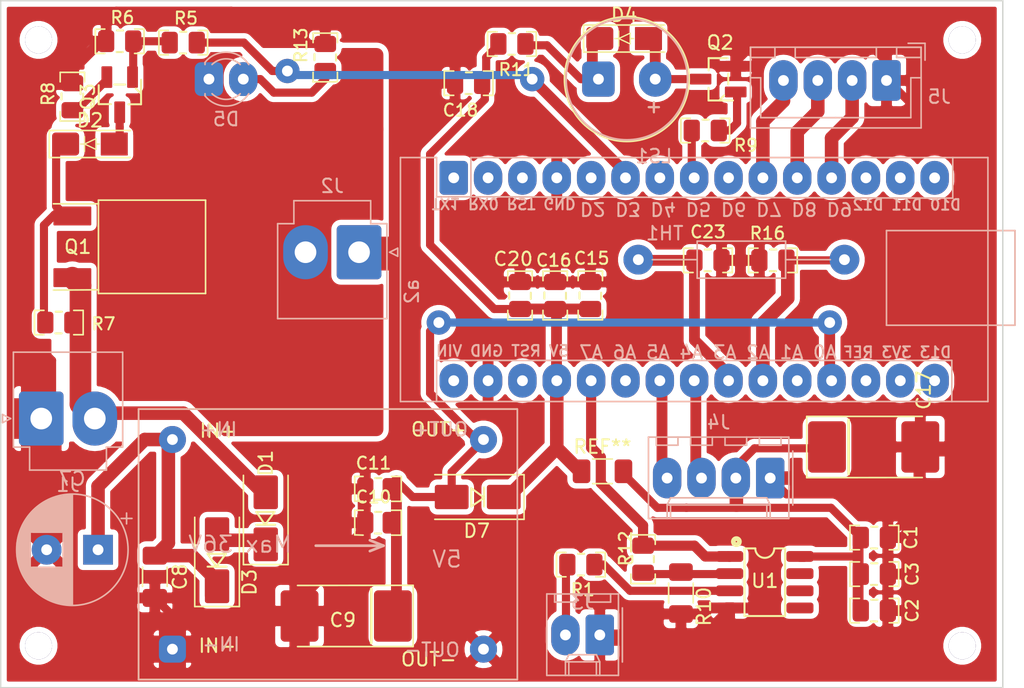
<source format=kicad_pcb>
(kicad_pcb (version 20171130) (host pcbnew "(5.1.10)-1")
  (layers (0 F.Cu signal) (31 B.Cu signal) (34 B.Paste user) (35 F.Paste user) (36 B.SilkS user) (37 F.SilkS user) (38 B.Mask user) (39 F.Mask user) (44 Edge.Cuts user))
  (net 0 "")
  (net 1 /opamp_to_adc)
  (net 2 GND)
  (net 3 /20VDetect)
  (net 4 /env_temp_adc)
  (net 5 /enable_heater)
  (net 6 /enable_env_temp_check)
  (net 7 /sda)
  (net 8 /buzzerPwm)
  (net 9 /scl)
  (net 10 V5.0)
  (net 11 /rot_right)
  (net 12 /rot_button)
  (net 13 "Net-(C7-Pad1)")
  (net 14 20V)
  (net 15 "Net-(D2-Pad2)")
  (net 16 "Net-(D2-Pad1)")
  (net 17 "Net-(D4-Pad2)")
  (net 18 "Net-(D4-Pad1)")
  (net 19 "Net-(D5-PadK)")
  (net 20 /heaterPower)
  (net 21 /thermal_couple)
  (net 22 "Net-(Q2-PadB)")
  (net 23 "Net-(Q3-PadB)")
  (net 24 "Net-(Q3-PadE)")
  (net 25 "Net-(R10-Pad1)")
  (net 26 /rot_left)
  (net 27 "Net-(a2-Pad1)")
  (net 28 "Net-(a2-Pad17)")
  (net 29 "Net-(a2-Pad2)")
  (net 30 "Net-(a2-Pad18)")
  (net 31 "Net-(a2-Pad3)")
  (net 32 "Net-(a2-Pad20)")
  (net 33 "Net-(a2-Pad5)")
  (net 34 "Net-(a2-Pad7)")
  (net 35 "Net-(a2-Pad9)")
  (net 36 "Net-(a2-Pad25)")
  (net 37 "Net-(a2-Pad28)")
  (net 38 "Net-(a2-Pad13)")
  (net 39 "Net-(a2-Pad14)")
  (net 40 "Net-(a2-Pad16)")
  (net 41 /relayTrigger)
  (net 42 "Net-(D1-Pad1)")
  (net 43 "Net-(R1-Pad1)")
  (net 44 "Net-(a2-Pad30)")
  (module myFootPrintLibs:SOT-23_PNP_NPN (layer F.Cu) (at 51.7 9.8 180)
    (fp_text reference Q2 (at -0.1 2.7) (layer F.SilkS))
    (fp_text value S8050)
    (pad C smd roundrect (at 1.35 0 180) (size 1.6 0.8) (layers F.Cu F.Paste F.Mask) (roundrect_rratio 0.1) (net 17 "Net-(D4-Pad2)"))
    (pad E smd roundrect (at -1.25 0.95 180) (size 1.6 0.8) (layers F.Cu F.Paste F.Mask) (roundrect_rratio 0.1) (net 2 GND))
    (pad B smd roundrect (at -1.25 -0.95 180) (size 1.6 0.8) (layers F.Cu F.Paste F.Mask) (roundrect_rratio 0.1) (net 22 "Net-(Q2-PadB)"))
  )
  (module Resistor_SMD:R_1206_3216Metric_Pad1.30x1.75mm_HandSolder (layer F.Cu) (at 43.1 38.8)
    (fp_text reference REF** (at 0 -1.82) (layer F.SilkS))
    (fp_text value 0R)
    (pad 2 smd roundrect (at 1.55 0) (size 1.3 1.75) (layers F.Cu F.Paste F.Mask) (roundrect_rratio 0.192) (net 10 V5.0))
    (pad 1 smd roundrect (at -1.55 0) (size 1.3 1.75) (layers F.Cu F.Paste F.Mask) (roundrect_rratio 0.192) (net 10 V5.0))
  )
  (module myFootPrintLibs:R_C_0805_2012Metric_Pad1.20x1.50mm_HandSolder (layer F.Cu) (at 26.5 40.1 180)
    (fp_text reference C11 (at 0.33 1.9) (layer F.SilkS) (effects (font (size 0.9 0.9))))
    (fp_text value 47uf)
    (pad 1 smd roundrect (at -0.94 0 180) (size 1.2 1.6) (layers F.Cu F.Paste F.Mask) (roundrect_rratio 0.208) (net 3 /20VDetect))
    (pad 2 smd roundrect (at 0.94 0 180) (size 1.2 1.6) (layers F.Cu F.Paste F.Mask) (roundrect_rratio 0.208) (net 2 GND))
  )
  (module myFootPrintLibs:R_C_0805_2012Metric_Pad1.20x1.50mm_HandSolder (layer F.Cu) (at 26.5 42.6 180)
    (fp_text reference C10 (at 0.33 1.9) (layer F.SilkS) (effects (font (size 0.9 0.9))))
    (fp_text value 47uf)
    (pad 1 smd roundrect (at -0.94 0 180) (size 1.2 1.6) (layers F.Cu F.Paste F.Mask) (roundrect_rratio 0.208) (net 3 /20VDetect))
    (pad 2 smd roundrect (at 0.94 0 180) (size 1.2 1.6) (layers F.Cu F.Paste F.Mask) (roundrect_rratio 0.208) (net 2 GND))
  )
  (module myFootPrintLibs:D_SMA_Handsoldering (layer F.Cu) (at 33.8 40.7 180)
    (fp_text reference D7 (at 0 -2.5 180) (layer F.SilkS))
    (fp_text value 1N5922)
    (pad 2 smd roundrect (at 1.85 0 180) (size 2.5 1.8) (layers F.Cu F.Paste F.Mask) (roundrect_rratio 0.1) (net 3 /20VDetect))
    (pad 1 smd roundrect (at -2 0 180) (size 2.5 1.8) (layers F.Cu F.Paste F.Mask) (roundrect_rratio 0.1) (net 10 V5.0))
  )
  (module myFootPrintLibs:D_SMA_Handsoldering (layer F.Cu) (at 14.6 45.3 90)
    (fp_text reference D3 (at -1.7 2.4 270) (layer F.SilkS))
    (fp_text value 1N4007)
    (pad 2 smd roundrect (at 1.85 0 90) (size 2.5 1.8) (layers F.Cu F.Paste F.Mask) (roundrect_rratio 0.1) (net 42 "Net-(D1-Pad1)"))
    (pad 1 smd roundrect (at -2 0 90) (size 2.5 1.8) (layers F.Cu F.Paste F.Mask) (roundrect_rratio 0.1) (net 13 "Net-(C7-Pad1)"))
  )
  (module myFootPrintLibs:MAX20003A_dc_buck_module (layer B.Cu) (at 22.8 44.2)
    (fp_text reference a1 hide)
    (fp_text value Max20003A_DC_BUCK_5V)
    (fp_text user 5V (at 8.8 1.1) (layer B.SilkS) (effects (font (size 1.2 1.2)) (justify mirror)))
    (fp_text user IN+ (at -8.1 -8.5) (layer B.SilkS) (effects (justify mirror)))
    (fp_text user IN+ (at -8.1 -8.4 unlocked) (layer F.SilkS))
    (fp_text user OUT- (at 9.6 8.5 unlocked) (layer F.SilkS) (effects (justify right)))
    (fp_text user IN- (at -6.7 7.5 unlocked) (layer F.SilkS) (effects (justify right)))
    (fp_text user "Max 36V" (at -6.5 0) (layer B.SilkS) (effects (font (size 1.2 1.2)) (justify mirror)))
    (fp_text user OUT+ (at 8.3 -8.5) (layer B.SilkS) (effects (justify mirror)))
    (fp_text user IN- (at -7.9 7.4 unlocked) (layer B.SilkS) (effects (justify mirror)))
    (fp_text user OUT- (at 7.7 7.8 unlocked) (layer B.SilkS) (effects (justify mirror)))
    (fp_text user OUT+ (at 8.2 -8.5 unlocked) (layer F.SilkS))
    (pad 2 thru_hole circle (at -11.5 -7.75) (size 2 2) (drill 0.8) (layers *.Cu *.Mask) (net 13 "Net-(C7-Pad1)"))
    (pad 3 thru_hole circle (at 11.5 -7.75) (size 2 2) (drill 0.8) (layers *.Cu *.Mask) (net 3 /20VDetect))
    (pad 4 thru_hole circle (at 11.5 7.75) (size 2 2) (drill 0.8) (layers *.Cu *.Mask) (net 2 GND))
    (pad 1 thru_hole roundrect (at -11.5 7.75) (size 2 2) (drill 0.8) (layers *.Cu *.Mask) (net 2 GND))
  )
  (module Resistor_SMD:R_1206_3216Metric_Pad1.30x1.75mm_HandSolder (layer F.Cu) (at 48.9 47.8 270)
    (fp_text reference R10 (at 1 -1.7 90) (layer F.SilkS))
    (fp_text value 1k)
    (pad 2 smd roundrect (at 1.55 0 270) (size 1.3 1.75) (layers F.Cu F.Paste F.Mask) (roundrect_rratio 0.1923076923076923) (net 2 GND))
    (pad 1 smd roundrect (at -1.55 0 270) (size 1.3 1.75) (layers F.Cu F.Paste F.Mask) (roundrect_rratio 0.1923076923076923) (net 25 "Net-(R10-Pad1)"))
  )
  (module myFootPrintLibs:D_SMA_Handsoldering (layer F.Cu) (at 18.2 42.2 90)
    (fp_text reference D1 (at 4 0 270) (layer F.SilkS))
    (fp_text value 1N4007)
    (pad 2 smd roundrect (at 1.85 0 90) (size 2.5 1.8) (layers F.Cu F.Paste F.Mask) (roundrect_rratio 0.1) (net 14 20V))
    (pad 1 smd roundrect (at -2 0 90) (size 2.5 1.8) (layers F.Cu F.Paste F.Mask) (roundrect_rratio 0.1) (net 42 "Net-(D1-Pad1)"))
  )
  (module myFootPrintLibs:SOT-23_PNP_NPN (layer F.Cu) (at 7.4 10.9 270)
    (fp_text reference Q3 (at 0.2 2.35 270) (layer F.SilkS))
    (fp_text value S8050)
    (pad C smd roundrect (at 1.35 0 270) (size 1.6 0.8) (layers F.Cu F.Paste F.Mask) (roundrect_rratio 0.1) (net 15 "Net-(D2-Pad2)"))
    (pad E smd roundrect (at -1.25 0.95 270) (size 1.6 0.8) (layers F.Cu F.Paste F.Mask) (roundrect_rratio 0.1) (net 24 "Net-(Q3-PadE)"))
    (pad B smd roundrect (at -1.25 -0.95 270) (size 1.6 0.8) (layers F.Cu F.Paste F.Mask) (roundrect_rratio 0.1) (net 23 "Net-(Q3-PadB)"))
  )
  (module myFootPrintLibs:D_MiniMELF_Handsoldering_Zener (layer F.Cu) (at 44.7 6.8)
    (fp_text reference D4 (at 0 -1.75) (layer F.SilkS))
    (fp_text value 1N4148)
    (pad 1 smd roundrect (at -1.8 0) (size 2 1.7) (layers F.Cu F.Paste F.Mask) (roundrect_rratio 0.15) (net 18 "Net-(D4-Pad1)"))
    (pad 2 smd roundrect (at 1.8 0) (size 2 1.7) (layers F.Cu F.Paste F.Mask) (roundrect_rratio 0.02) (net 17 "Net-(D4-Pad2)"))
  )
  (module myFootPrintLibs:D_MiniMELF_Handsoldering_Zener (layer F.Cu) (at 5.2 14.6)
    (fp_text reference D2 (at 0 -1.75) (layer F.SilkS))
    (fp_text value "zener 5V")
    (pad 1 smd roundrect (at -1.8 0) (size 2 1.7) (layers F.Cu F.Paste F.Mask) (roundrect_rratio 0.15) (net 16 "Net-(D2-Pad1)"))
    (pad 2 smd roundrect (at 1.8 0) (size 2 1.7) (layers F.Cu F.Paste F.Mask) (roundrect_rratio 0.02) (net 15 "Net-(D2-Pad2)"))
  )
  (module myFootPrintLibs:Arduino_Nano (layer B.Cu) (at 32.1 17 270)
    (fp_text reference a2 (at 8.5 3.1 90) (layer B.SilkS) (effects (justify mirror)))
    (fp_text value Arduino_Nano_v2.x)
    (fp_text user "D2 D3 D4 D5 D6 D7 D8 D9" (at 2.4 -19.4 180 unlocked) (layer B.SilkS) (effects (font (size 0.96 0.96)) (justify mirror)))
    (fp_text user "D10 D11 D12" (at 2.1 -33.5 180) (layer B.SilkS) (effects (font (size 0.78 0.78)) (justify mirror)))
    (fp_text user "D13 3V3 REF" (at 13 -32.8) (layer B.SilkS) (effects (font (size 0.8 0.8)) (justify mirror)))
    (fp_text user "A0 A1 A2 A3 A4 A5 A6 A7" (at 13 -18.8 unlocked) (layer B.SilkS) (effects (font (size 0.96 0.96)) (justify mirror)))
    (fp_text user "5V RST GND VIN" (at 12.9 -3.6) (layer B.SilkS) (effects (font (size 0.8 0.8)) (justify mirror)))
    (fp_text user "TX1 RX0 RST GND" (at 2 -3.7 180 unlocked) (layer B.SilkS) (effects (font (size 0.78 0.78)) (justify mirror)))
    (pad 1 thru_hole roundrect (at 0.1 0 270) (size 2.5 2.1) (drill 0.8) (layers *.Cu *.Mask) (roundrect_rratio 0.15) (net 27 "Net-(a2-Pad1)"))
    (pad 17 thru_hole oval (at 15.1 -33.02 270) (size 2.5 2.1) (drill 0.8) (layers *.Cu *.Mask) (net 28 "Net-(a2-Pad17)"))
    (pad 2 thru_hole oval (at 0.1 -2.54 270) (size 2.5 2.1) (drill 0.8) (layers *.Cu *.Mask) (net 29 "Net-(a2-Pad2)"))
    (pad 18 thru_hole oval (at 15.1 -30.48 270) (size 2.5 2.1) (drill 0.8) (layers *.Cu *.Mask) (net 30 "Net-(a2-Pad18)"))
    (pad 3 thru_hole oval (at 0.1 -5.08 270) (size 2.5 2.1) (drill 0.8) (layers *.Cu *.Mask) (net 31 "Net-(a2-Pad3)"))
    (pad 19 thru_hole oval (at 15.1 -27.94 270) (size 2.5 2.1) (drill 0.8) (layers *.Cu *.Mask) (net 3 /20VDetect))
    (pad 4 thru_hole oval (at 0.1 -7.62 270) (size 2.5 2.1) (drill 0.8) (layers *.Cu *.Mask) (net 2 GND))
    (pad 20 thru_hole oval (at 15.1 -25.4 270) (size 2.5 2.1) (drill 0.8) (layers *.Cu *.Mask) (net 32 "Net-(a2-Pad20)"))
    (pad 5 thru_hole oval (at 0.1 -10.16 270) (size 2.5 2.1) (drill 0.8) (layers *.Cu *.Mask) (net 33 "Net-(a2-Pad5)"))
    (pad 21 thru_hole oval (at 15.1 -22.86 270) (size 2.5 2.1) (drill 0.8) (layers *.Cu *.Mask) (net 4 /env_temp_adc))
    (pad 6 thru_hole oval (at 0.1 -12.7 270) (size 2.5 2.1) (drill 0.8) (layers *.Cu *.Mask) (net 5 /enable_heater))
    (pad 22 thru_hole oval (at 15.1 -20.32 270) (size 2.5 2.1) (drill 0.8) (layers *.Cu *.Mask) (net 6 /enable_env_temp_check))
    (pad 7 thru_hole oval (at 0.1 -15.24 270) (size 2.5 2.1) (drill 0.8) (layers *.Cu *.Mask) (net 34 "Net-(a2-Pad7)"))
    (pad 23 thru_hole oval (at 15.1 -17.78 270) (size 2.5 2.1) (drill 0.8) (layers *.Cu *.Mask) (net 7 /sda))
    (pad 8 thru_hole oval (at 0.1 -17.78 270) (size 2.5 2.1) (drill 0.8) (layers *.Cu *.Mask) (net 8 /buzzerPwm))
    (pad 24 thru_hole oval (at 15.1 -15.24 270) (size 2.5 2.1) (drill 0.8) (layers *.Cu *.Mask) (net 9 /scl))
    (pad 9 thru_hole oval (at 0.1 -20.32 270) (size 2.5 2.1) (drill 0.8) (layers *.Cu *.Mask) (net 35 "Net-(a2-Pad9)"))
    (pad 25 thru_hole oval (at 15.1 -12.7 270) (size 2.5 2.1) (drill 0.8) (layers *.Cu *.Mask) (net 36 "Net-(a2-Pad25)"))
    (pad 10 thru_hole oval (at 0.1 -22.86 270) (size 2.5 2.1) (drill 0.8) (layers *.Cu *.Mask) (net 12 /rot_button))
    (pad 26 thru_hole oval (at 15.1 -10.16 270) (size 2.5 2.1) (drill 0.8) (layers *.Cu *.Mask) (net 1 /opamp_to_adc))
    (pad 11 thru_hole oval (at 0.1 -25.4 270) (size 2.5 2.1) (drill 0.8) (layers *.Cu *.Mask) (net 26 /rot_left))
    (pad 27 thru_hole oval (at 15.1 -7.62 270) (size 2.5 2.1) (drill 0.8) (layers *.Cu *.Mask) (net 10 V5.0))
    (pad 12 thru_hole oval (at 0.1 -27.94 270) (size 2.5 2.1) (drill 0.8) (layers *.Cu *.Mask) (net 11 /rot_right))
    (pad 28 thru_hole oval (at 15.1 -5.08 270) (size 2.5 2.1) (drill 0.8) (layers *.Cu *.Mask) (net 37 "Net-(a2-Pad28)"))
    (pad 13 thru_hole oval (at 0.1 -30.48 270) (size 2.5 2.1) (drill 0.8) (layers *.Cu *.Mask) (net 38 "Net-(a2-Pad13)"))
    (pad 29 thru_hole oval (at 15.1 -2.54 270) (size 2.5 2.1) (drill 0.8) (layers *.Cu *.Mask) (net 2 GND))
    (pad 14 thru_hole oval (at 0.1 -33.02 270) (size 2.5 2.1) (drill 0.8) (layers *.Cu *.Mask) (net 39 "Net-(a2-Pad14)"))
    (pad 30 thru_hole oval (at 15.1 0 270) (size 2.5 2.1) (drill 0.8) (layers *.Cu *.Mask) (net 44 "Net-(a2-Pad30)"))
    (pad 15 thru_hole oval (at 0.1 -35.56 270) (size 2.5 2.1) (drill 0.8) (layers *.Cu *.Mask) (net 41 /relayTrigger))
    (pad 16 thru_hole oval (at 15.1 -35.56 270) (size 2.5 2.1) (drill 0.8) (layers *.Cu *.Mask) (net 40 "Net-(a2-Pad16)"))
  )
  (module myFootPrintLibs:CP_EIA-7343-20_Kemet-V_Pad2.25x2.55mm_HandSolder (layer F.Cu) (at 24.2 49.5 180)
    (fp_text reference C9 (at 0.3 -0.3) (layer F.SilkS))
    (fp_text value 330uf)
    (pad 1 smd roundrect (at -3.4 0 180) (size 2.8 3.8) (layers F.Cu F.Paste F.Mask) (roundrect_rratio 0.111) (net 3 /20VDetect))
    (pad 2 smd roundrect (at 3.5 0 180) (size 2.8 3.8) (layers F.Cu F.Paste F.Mask) (roundrect_rratio 0.111) (net 2 GND))
  )
  (module myFootPrintLibs:CP_EIA-7343-20_Kemet-V_Pad2.25x2.55mm_HandSolder (layer F.Cu) (at 63.1 37)
    (fp_text reference C17 (at 3.75 -4.2 90) (layer F.SilkS))
    (fp_text value 220uf)
    (pad 2 smd roundrect (at 3.5 0) (size 2.8 3.8) (layers F.Cu F.Paste F.Mask) (roundrect_rratio 0.111) (net 2 GND))
    (pad 1 smd roundrect (at -3.4 0) (size 2.8 3.8) (layers F.Cu F.Paste F.Mask) (roundrect_rratio 0.111) (net 10 V5.0))
  )
  (module myFootPrintLibs:R_C_0805_2012Metric_Pad1.20x1.50mm_HandSolder (layer F.Cu) (at 2.9 27.8)
    (fp_text reference R7 (at 3.3 0.1) (layer F.SilkS) (effects (font (size 0.9 0.9))))
    (fp_text value 2k)
    (pad 2 smd roundrect (at 1 0) (size 1.2 1.6) (layers F.Cu F.Paste F.Mask) (roundrect_rratio 0.208) (net 14 20V))
    (pad 1 smd roundrect (at -1 0) (size 1.2 1.6) (layers F.Cu F.Paste F.Mask) (roundrect_rratio 0.208) (net 16 "Net-(D2-Pad1)"))
  )
  (module myFootPrintLibs:R_C_0805_2012Metric_Pad1.20x1.50mm_HandSolder (layer F.Cu) (at 37 25.8 90)
    (fp_text reference C20 (at 2.7 -0.5 180) (layer F.SilkS))
    (fp_text value 100nf)
    (pad 2 smd roundrect (at 1 0 90) (size 1.2 1.6) (layers F.Cu F.Paste F.Mask) (roundrect_rratio 0.208) (net 2 GND))
    (pad 1 smd roundrect (at -1 0 90) (size 1.2 1.6) (layers F.Cu F.Paste F.Mask) (roundrect_rratio 0.208) (net 10 V5.0))
  )
  (module myFootPrintLibs:R_C_0805_2012Metric_Pad1.20x1.50mm_HandSolder (layer F.Cu) (at 55.7 23.2 180)
    (fp_text reference R16 (at 0.4 2) (layer F.SilkS) (effects (font (size 0.9 0.9))))
    (fp_text value 10k)
    (pad 2 smd roundrect (at 1 0 180) (size 1.2 1.6) (layers F.Cu F.Paste F.Mask) (roundrect_rratio 0.208) (net 2 GND))
    (pad 1 smd roundrect (at -1 0 180) (size 1.2 1.6) (layers F.Cu F.Paste F.Mask) (roundrect_rratio 0.208) (net 4 /env_temp_adc))
  )
  (module myFootPrintLibs:R_C_0805_2012Metric_Pad1.20x1.50mm_HandSolder (layer F.Cu) (at 22.6 8.2 270)
    (fp_text reference R13 (at -0.9 1.8 90) (layer F.SilkS) (effects (font (size 0.9 0.9))))
    (fp_text value 4k)
    (pad 2 smd roundrect (at 1 0 270) (size 1.2 1.6) (layers F.Cu F.Paste F.Mask) (roundrect_rratio 0.208) (net 19 "Net-(D5-PadK)"))
    (pad 1 smd roundrect (at -1 0 270) (size 1.2 1.6) (layers F.Cu F.Paste F.Mask) (roundrect_rratio 0.208) (net 2 GND))
  )
  (module myFootPrintLibs:R_C_0805_2012Metric_Pad1.20x1.50mm_HandSolder (layer F.Cu) (at 46.1 45.3 270)
    (fp_text reference R12 (at -0.8 1.3 90) (layer F.SilkS) (effects (font (size 0.9 0.9))))
    (fp_text value 240k)
    (pad 2 smd roundrect (at 1 0 270) (size 1.2 1.6) (layers F.Cu F.Paste F.Mask) (roundrect_rratio 0.208) (net 25 "Net-(R10-Pad1)"))
    (pad 1 smd roundrect (at -1 0 270) (size 1.2 1.6) (layers F.Cu F.Paste F.Mask) (roundrect_rratio 0.208) (net 1 /opamp_to_adc))
  )
  (module myFootPrintLibs:R_C_0805_2012Metric_Pad1.20x1.50mm_HandSolder (layer F.Cu) (at 36.4 7.2)
    (fp_text reference R11 (at 0.33 1.9) (layer F.SilkS) (effects (font (size 0.9 0.9))))
    (fp_text value 30)
    (pad 2 smd roundrect (at 1 0) (size 1.2 1.6) (layers F.Cu F.Paste F.Mask) (roundrect_rratio 0.208) (net 18 "Net-(D4-Pad1)"))
    (pad 1 smd roundrect (at -1 0) (size 1.2 1.6) (layers F.Cu F.Paste F.Mask) (roundrect_rratio 0.208) (net 10 V5.0))
  )
  (module myFootPrintLibs:R_C_0805_2012Metric_Pad1.20x1.50mm_HandSolder (layer F.Cu) (at 50.7 13.6 180)
    (fp_text reference R9 (at -3 -1.1) (layer F.SilkS) (effects (font (size 0.9 0.9))))
    (fp_text value 4k)
    (pad 2 smd roundrect (at 1 0 180) (size 1.2 1.6) (layers F.Cu F.Paste F.Mask) (roundrect_rratio 0.208) (net 8 /buzzerPwm))
    (pad 1 smd roundrect (at -1 0 180) (size 1.2 1.6) (layers F.Cu F.Paste F.Mask) (roundrect_rratio 0.208) (net 22 "Net-(Q2-PadB)"))
  )
  (module myFootPrintLibs:R_C_0805_2012Metric_Pad1.20x1.50mm_HandSolder (layer F.Cu) (at 3.9 11.1 270)
    (fp_text reference R8 (at -0.2 1.8 90) (layer F.SilkS) (effects (font (size 0.9 0.9))))
    (fp_text value 180)
    (pad 2 smd roundrect (at 1 0 270) (size 1.2 1.6) (layers F.Cu F.Paste F.Mask) (roundrect_rratio 0.208) (net 24 "Net-(Q3-PadE)"))
    (pad 1 smd roundrect (at -1 0 270) (size 1.2 1.6) (layers F.Cu F.Paste F.Mask) (roundrect_rratio 0.208) (net 2 GND))
  )
  (module myFootPrintLibs:R_C_0805_2012Metric_Pad1.20x1.50mm_HandSolder (layer F.Cu) (at 7.4 7 180)
    (fp_text reference R6 (at -0.2 1.75) (layer F.SilkS) (effects (font (size 0.9 0.9))))
    (fp_text value 18k)
    (pad 2 smd roundrect (at 1 0 180) (size 1.2 1.6) (layers F.Cu F.Paste F.Mask) (roundrect_rratio 0.208) (net 2 GND))
    (pad 1 smd roundrect (at -1 0 180) (size 1.2 1.6) (layers F.Cu F.Paste F.Mask) (roundrect_rratio 0.208) (net 23 "Net-(Q3-PadB)"))
  )
  (module myFootPrintLibs:R_C_0805_2012Metric_Pad1.20x1.50mm_HandSolder (layer F.Cu) (at 12.1 7.1)
    (fp_text reference R5 (at 0.2 -1.8) (layer F.SilkS) (effects (font (size 0.9 0.9))))
    (fp_text value 4k)
    (pad 2 smd roundrect (at 1 0) (size 1.2 1.6) (layers F.Cu F.Paste F.Mask) (roundrect_rratio 0.208) (net 5 /enable_heater))
    (pad 1 smd roundrect (at -1 0) (size 1.2 1.6) (layers F.Cu F.Paste F.Mask) (roundrect_rratio 0.208) (net 23 "Net-(Q3-PadB)"))
  )
  (module myFootPrintLibs:R_C_0805_2012Metric_Pad1.20x1.50mm_HandSolder (layer F.Cu) (at 41.5 45.7 180)
    (fp_text reference R1 (at -0.14 -1.86) (layer F.SilkS) (effects (font (size 0.9 0.9))))
    (fp_text value 10k)
    (pad 2 smd roundrect (at 1 0 180) (size 1.2 1.6) (layers F.Cu F.Paste F.Mask) (roundrect_rratio 0.208) (net 21 /thermal_couple))
    (pad 1 smd roundrect (at -1 0 180) (size 1.2 1.6) (layers F.Cu F.Paste F.Mask) (roundrect_rratio 0.208) (net 43 "Net-(R1-Pad1)"))
  )
  (module myFootPrintLibs:R_C_0805_2012Metric_Pad1.20x1.50mm_HandSolder (layer F.Cu) (at 50.9 23.2)
    (fp_text reference C23 (at 0 -2.1) (layer F.SilkS) (effects (font (size 0.9 0.9))))
    (fp_text value 100nf)
    (pad 2 smd roundrect (at 1 0) (size 1.2 1.6) (layers F.Cu F.Paste F.Mask) (roundrect_rratio 0.208) (net 2 GND))
    (pad 1 smd roundrect (at -1 0) (size 1.2 1.6) (layers F.Cu F.Paste F.Mask) (roundrect_rratio 0.208) (net 6 /enable_env_temp_check))
  )
  (module myFootPrintLibs:R_C_0805_2012Metric_Pad1.20x1.50mm_HandSolder (layer F.Cu) (at 33.2 10.1 180)
    (fp_text reference C18 (at 0.6 -2) (layer F.SilkS) (effects (font (size 0.9 0.9))))
    (fp_text value 47uf)
    (pad 2 smd roundrect (at 1 0 180) (size 1.2 1.6) (layers F.Cu F.Paste F.Mask) (roundrect_rratio 0.208) (net 2 GND))
    (pad 1 smd roundrect (at -1 0 180) (size 1.2 1.6) (layers F.Cu F.Paste F.Mask) (roundrect_rratio 0.208) (net 10 V5.0))
  )
  (module myFootPrintLibs:R_C_0805_2012Metric_Pad1.20x1.50mm_HandSolder (layer F.Cu) (at 39.6 25.8 90)
    (fp_text reference C16 (at 2.6 -0.1 180) (layer F.SilkS) (effects (font (size 0.9 0.9))))
    (fp_text value 47uf)
    (pad 2 smd roundrect (at 1 0 90) (size 1.2 1.6) (layers F.Cu F.Paste F.Mask) (roundrect_rratio 0.208) (net 2 GND))
    (pad 1 smd roundrect (at -1 0 90) (size 1.2 1.6) (layers F.Cu F.Paste F.Mask) (roundrect_rratio 0.208) (net 10 V5.0))
  )
  (module myFootPrintLibs:R_C_0805_2012Metric_Pad1.20x1.50mm_HandSolder (layer F.Cu) (at 42.2 25.8 90)
    (fp_text reference C15 (at 2.75 0.1) (layer F.SilkS) (effects (font (size 0.9 0.9))))
    (fp_text value 47uf)
    (pad 2 smd roundrect (at 1 0 90) (size 1.2 1.6) (layers F.Cu F.Paste F.Mask) (roundrect_rratio 0.208) (net 2 GND))
    (pad 1 smd roundrect (at -1 0 90) (size 1.2 1.6) (layers F.Cu F.Paste F.Mask) (roundrect_rratio 0.208) (net 10 V5.0))
  )
  (module myFootPrintLibs:R_C_0805_2012Metric_Pad1.20x1.50mm_HandSolder (layer F.Cu) (at 63.2 46.4)
    (fp_text reference C3 (at 2.8 0 90) (layer F.SilkS) (effects (font (size 0.9 0.9))))
    (fp_text value 47uf)
    (pad 2 smd roundrect (at 1 0) (size 1.2 1.6) (layers F.Cu F.Paste F.Mask) (roundrect_rratio 0.208) (net 2 GND))
    (pad 1 smd roundrect (at -1 0) (size 1.2 1.6) (layers F.Cu F.Paste F.Mask) (roundrect_rratio 0.208) (net 10 V5.0))
  )
  (module myFootPrintLibs:R_C_0805_2012Metric_Pad1.20x1.50mm_HandSolder (layer F.Cu) (at 63.2 49.1)
    (fp_text reference C2 (at 2.8 0 270) (layer F.SilkS) (effects (font (size 0.9 0.9))))
    (fp_text value 100nf)
    (pad 2 smd roundrect (at 1 0) (size 1.2 1.6) (layers F.Cu F.Paste F.Mask) (roundrect_rratio 0.208) (net 2 GND))
    (pad 1 smd roundrect (at -1 0) (size 1.2 1.6) (layers F.Cu F.Paste F.Mask) (roundrect_rratio 0.208) (net 10 V5.0))
  )
  (module myFootPrintLibs:R_C_0805_2012Metric_Pad1.20x1.50mm_HandSolder (layer F.Cu) (at 63.2 43.7)
    (fp_text reference C1 (at 2.7 0 90) (layer F.SilkS) (effects (font (size 0.9 0.9))))
    (fp_text value 47uf)
    (pad 2 smd roundrect (at 1 0) (size 1.2 1.6) (layers F.Cu F.Paste F.Mask) (roundrect_rratio 0.208) (net 2 GND))
    (pad 1 smd roundrect (at -1 0) (size 1.2 1.6) (layers F.Cu F.Paste F.Mask) (roundrect_rratio 0.208) (net 10 V5.0))
  )
  (module myFootPrintLibs:TO-252-2 (layer F.Cu) (at 8.3 22.2)
    (fp_text reference Q1 (at -4 0) (layer F.SilkS))
    (fp_text value AOD403_pmosfet)
    (pad D smd roundrect (at 2 0) (size 6.6 6) (layers F.Cu F.Mask) (roundrect_rratio 0.05) (net 20 /heaterPower))
    (pad S smd roundrect (at -4.4 2.28) (size 2.8 1.4) (layers F.Cu F.Paste F.Mask) (roundrect_rratio 0.05) (net 14 20V))
    (pad G smd roundrect (at -4.4 -2.28) (size 2.8 1.4) (layers F.Cu F.Paste F.Mask) (roundrect_rratio 0.05) (net 16 "Net-(D2-Pad1)"))
  )
  (module myFootPrintLibs:SO-8_3.9x4.9mm_P1.27mm (layer F.Cu) (at 55.1 47)
    (fp_text reference U1 (at 0 -0.1 180) (layer F.SilkS))
    (fp_text value MCP6002)
    (pad 8 smd roundrect (at 2.6 -1.905) (size 2 0.8) (layers F.Cu F.Paste F.Mask) (net 10 V5.0))
    (pad 7 smd roundrect (at 2.6 -0.635) (size 2 0.8) (layers F.Cu F.Paste F.Mask))
    (pad 6 smd roundrect (at 2.6 0.635) (size 2 0.8) (layers F.Cu F.Paste F.Mask))
    (pad 5 smd roundrect (at 2.6 1.905) (size 2 0.8) (layers F.Cu F.Paste F.Mask))
    (pad 4 smd roundrect (at -2.6 1.905) (size 2 0.8) (layers F.Cu F.Paste F.Mask) (net 2 GND))
    (pad 3 smd roundrect (at -2.6 0.635) (size 2 0.8) (layers F.Cu F.Paste F.Mask) (net 43 "Net-(R1-Pad1)"))
    (pad 2 smd roundrect (at -2.6 -0.635) (size 2 0.8) (layers F.Cu F.Paste F.Mask) (net 25 "Net-(R10-Pad1)"))
    (pad 1 smd roundrect (at -2.6 -1.905) (size 2 0.8) (layers F.Cu F.Paste F.Mask) (net 1 /opamp_to_adc))
  )
  (module Resistor_THT:R_Axial_DIN0207_L6.3mm_D2.5mm_P15.24mm_Horizontal (layer B.Cu) (at 45.75 23.15)
    (fp_text reference TH1 (at 1.95 -1.95 180) (layer B.SilkS) (effects (justify mirror)))
    (fp_text value "Thermistor_NTC 10k")
    (pad 2 thru_hole circle (at 15.24 0) (size 2.2 2.2) (drill 0.8) (layers *.Cu *.Mask) (net 4 /env_temp_adc))
    (pad 1 thru_hole circle (at 0 0) (size 2.2 2.2) (drill 0.8) (layers *.Cu *.Mask) (net 6 /enable_env_temp_check))
  )
  (module myFootPrintLibs:Molex_KK-254_AE-6410-02A_1x02_P2.54mm_Vertical (layer B.Cu) (at 42.9 50.9 180)
    (fp_text reference J3 (at 1.27 2.4) (layer B.SilkS) (effects (justify mirror)))
    (fp_text value "Thermo JST_2.54_1X02")
    (pad 1 thru_hole roundrect (at 0 0 180) (size 2.1 3) (drill 0.8) (layers *.Cu *.Mask) (roundrect_rratio 0.144) (net 2 GND))
    (pad 2 thru_hole oval (at 2.54 0 180) (size 2.1 3) (drill 0.8) (layers *.Cu *.Mask) (net 21 /thermal_couple))
  )
  (module myFootPrintLibs:CP_Radial_D8.0mm_P3.80mm (layer B.Cu) (at 5.8 44.6 180)
    (fp_text reference C7 (at 1.9 5.25 180) (layer B.SilkS) (effects (justify mirror)))
    (fp_text value 470uf)
    (pad 2 thru_hole circle (at 3.8 0 180) (size 2.2 2.2) (drill 0.8) (layers *.Cu *.Mask) (net 2 GND))
    (pad 1 thru_hole rect (at 0 0 180) (size 2.2 2.2) (drill 0.8) (layers *.Cu *.Mask) (net 13 "Net-(C7-Pad1)"))
  )
  (module myFootPrintLibs:JST_VH_B2P-VH-B_1x02_P3.96mm_Vertical (layer B.Cu) (at 1.6 34.9)
    (fp_text reference J1 (at 1.98 4.9) (layer B.SilkS) (effects (justify mirror)))
    (fp_text value "VH3.96_1X02 20V Power")
    (pad 2 thru_hole oval (at 3.96 0) (size 3.3 4) (drill 1.6) (layers *.Cu *.Mask) (net 14 20V))
    (pad 1 thru_hole roundrect (at 0 0) (size 3.3 4) (drill 1.6) (layers *.Cu *.Mask) (roundrect_rratio 0.09300000000000001) (net 2 GND))
  )
  (module myFootPrintLibs:JST_VH_B2P-VH-B_1x02_P3.96mm_Vertical (layer B.Cu) (at 25.1 22.6 180)
    (fp_text reference J2 (at 1.98 4.9) (layer B.SilkS) (effects (justify mirror)))
    (fp_text value "Heater VH3.96_1X02")
    (pad 2 thru_hole oval (at 3.96 0 180) (size 3.3 4) (drill 1.6) (layers *.Cu *.Mask) (net 20 /heaterPower))
    (pad 1 thru_hole roundrect (at 0 0 180) (size 3.3 4) (drill 1.6) (layers *.Cu *.Mask) (roundrect_rratio 0.093) (net 2 GND))
  )
  (module myFootPrintLibs:Molex_KK-254_AE-6410-04A_1x04_P2.54mm_Vertical (layer B.Cu) (at 55.5 39.3 180)
    (fp_text reference J4 (at 3.81 4.12) (layer B.SilkS) (effects (justify mirror)))
    (fp_text value JST_2.54_1X04_LCD)
    (pad 4 thru_hole oval (at 7.62 0 180) (size 2.1 3) (drill 0.8) (layers *.Cu *.Mask) (net 9 /scl))
    (pad 3 thru_hole oval (at 5.08 0 180) (size 2.1 3) (drill 0.8) (layers *.Cu *.Mask) (net 7 /sda))
    (pad 2 thru_hole oval (at 2.54 0 180) (size 2.1 3) (drill 0.8) (layers *.Cu *.Mask) (net 10 V5.0))
    (pad 1 thru_hole roundrect (at 0 0 180) (size 2.1 3) (drill 0.8) (layers *.Cu *.Mask) (roundrect_rratio 0.144) (net 2 GND))
  )
  (module myFootPrintLibs:JST_XH_1x04_P2.54mm_Vertical (layer B.Cu) (at 64.1 9.9 180)
    (fp_text reference J5 (at -3.9 -1.2 180) (layer B.SilkS) (effects (justify mirror)))
    (fp_text value XH2.54_1X04_RotaryEnc)
    (pad 4 thru_hole oval (at 7.62 0 180) (size 2.1 3) (drill 0.8) (layers *.Cu *.Mask) (net 12 /rot_button))
    (pad 3 thru_hole oval (at 5.08 0 180) (size 2.1 3) (drill 0.8) (layers *.Cu *.Mask) (net 26 /rot_left))
    (pad 1 thru_hole roundrect (at 0 0 180) (size 2.1 3) (drill 0.8) (layers *.Cu *.Mask) (roundrect_rratio 0.147) (net 2 GND))
    (pad 2 thru_hole oval (at 2.54 0 180) (size 2.1 3) (drill 0.8) (layers *.Cu *.Mask) (net 11 /rot_right))
  )
  (module myFootPrintLibs:Buzzer_9x4.2 (layer B.Cu) (at 44.9 9.8)
    (fp_text reference LS1 (at 2 5.7) (layer B.SilkS) (effects (justify mirror)))
    (fp_text value Speaker)
    (fp_text user + (at 2 2) (layer F.SilkS))
    (fp_text user + (at 2 2) (layer B.SilkS) (effects (justify mirror)))
    (pad 1 thru_hole roundrect (at -2.1 0) (size 2.4 2.6) (drill 0.8) (layers *.Cu *.Mask) (roundrect_rratio 0.18) (net 18 "Net-(D4-Pad1)"))
    (pad 2 thru_hole oval (at 2.1 0) (size 2.4 2.6) (drill 0.8) (layers *.Cu *.Mask) (net 17 "Net-(D4-Pad2)"))
  )
  (module myFootPrintLibs:MountingHole_2.0mm (layer F.Cu) (at 69.7 6.9)
    (fp_text reference H4 hide)
    (fp_text value MountingHole hide)
    (pad "" thru_hole circle (at 0 0) (size 2 2) (drill 2) (layers *.Cu *.Mask))
  )
  (module myFootPrintLibs:MountingHole_2.0mm (layer F.Cu) (at 1.4 6.9)
    (fp_text reference H3 hide)
    (fp_text value MountingHole hide)
    (pad "" thru_hole circle (at 0 0) (size 2 2) (drill 2) (layers *.Cu *.Mask))
  )
  (module myFootPrintLibs:MountingHole_2.0mm (layer F.Cu) (at 1.4 51.7)
    (fp_text reference H2 hide)
    (fp_text value MountingHole hide)
    (pad "" thru_hole circle (at 0 0) (size 2 2) (drill 2) (layers *.Cu *.Mask))
  )
  (module myFootPrintLibs:MountingHole_2.0mm (layer F.Cu) (at 69.7 51.7)
    (fp_text reference H1 hide)
    (fp_text value MountingHole hide)
    (pad "" thru_hole circle (at 0 0) (size 2 2) (drill 2) (layers *.Cu *.Mask))
  )
  (module myFootPrintLibs:LED_D3.0mm (layer B.Cu) (at 14 9.8)
    (fp_text reference D5 (at 1.27 2.96) (layer B.SilkS) (effects (justify mirror)))
    (fp_text value LED hide)
    (pad K thru_hole oval (at 2.54 0) (size 2.1 2.5) (drill 0.8) (layers *.Cu *.Mask) (net 19 "Net-(D5-PadK)"))
    (pad A thru_hole roundrect (at 0 0) (size 2.1 2.5) (drill 0.8) (layers *.Cu *.Mask) (roundrect_rratio 0.22) (net 20 /heaterPower))
  )
  (module Capacitor_SMD:C_1206_3216Metric_Pad1.33x1.80mm_HandSolder (layer F.Cu) (at 10 46.6 270)
    (fp_text reference C8 (at 0 -1.85 90) (layer F.SilkS))
    (fp_text value 22uf)
    (pad 2 smd roundrect (at 1.5625 0 270) (size 1.325 1.8) (layers F.Cu F.Paste F.Mask) (roundrect_rratio 0.1886769811320755) (net 2 GND))
    (pad 1 smd roundrect (at -1.5625 0 270) (size 1.325 1.8) (layers F.Cu F.Paste F.Mask) (roundrect_rratio 0.1886769811320755) (net 13 "Net-(C7-Pad1)"))
  )
  (gr_line (start 72.7 4) (end 72.7 54.8) (layer Edge.Cuts) (width 0.1))
  (gr_line (start -1.4 4) (end 72.7 4) (layer Edge.Cuts) (width 0.1))
  (gr_line (start -1.4 54.8) (end -1.4 4) (layer Edge.Cuts) (width 0.1))
  (gr_line (start 72.7 54.8) (end -1.4 54.8) (layer Edge.Cuts) (width 0.1))
  (segment (start 42.3 32.48) (end 42.26 32.44) (width 0.6) (layer F.Cu) (net 1))
  (segment (start 52.495 45.2) (end 52.5 45.195) (width 0.6) (layer F.Cu) (net 1))
  (segment (start 52.4 45) (end 52.5 45.1) (width 0.6) (layer F.Cu) (net 1))
  (segment (start 52.495 45.1) (end 52.5 45.095) (width 0.75) (layer F.Cu) (net 1))
  (segment (start 50.7 45.1) (end 52.495 45.1) (width 0.75) (layer F.Cu) (net 1))
  (segment (start 49.9 44.3) (end 50.7 45.1) (width 0.75) (layer F.Cu) (net 1))
  (segment (start 46.1 44.3) (end 49.9 44.3) (width 0.75) (layer F.Cu) (net 1))
  (segment (start 46.1 42.8) (end 46.1 44.3) (width 0.75) (layer F.Cu) (net 1))
  (segment (start 42.97501 37.750192) (end 42.97501 39.67501) (width 0.75) (layer F.Cu) (net 1))
  (segment (start 42.374808 37.14999) (end 42.97501 37.750192) (width 0.75) (layer F.Cu) (net 1))
  (segment (start 42.97501 39.67501) (end 46.1 42.8) (width 0.75) (layer F.Cu) (net 1))
  (segment (start 42.34999 37.14999) (end 42.374808 37.14999) (width 0.75) (layer F.Cu) (net 1))
  (segment (start 42.26 37.06) (end 42.34999 37.14999) (width 0.75) (layer F.Cu) (net 1))
  (segment (start 42.26 32.1) (end 42.26 37.06) (width 0.75) (layer F.Cu) (net 1))
  (segment (start 34.9 32.18) (end 34.64 32.44) (width 0.6) (layer F.Cu) (net 2))
  (segment (start 64.6 10.1) (end 64.7 10.2) (width 0.6) (layer F.Cu) (net 2))
  (segment (start 25.3 39.5) (end 25.3 42.6) (width 0.6) (layer F.Cu) (net 2))
  (segment (start 1.9 10.5) (end 1.9 10.7) (width 0.6) (layer F.Cu) (net 2))
  (segment (start 4 8.5) (end 3.95 8.45) (width 0.6) (layer F.Cu) (net 2))
  (segment (start 4 10.1) (end 4 8.5) (width 0.6) (layer F.Cu) (net 2))
  (segment (start 11.3 49.4625) (end 11.3 51.95) (width 0.6) (layer F.Cu) (net 2))
  (segment (start 10 48.1625) (end 11.3 49.4625) (width 0.6) (layer F.Cu) (net 2))
  (segment (start 20.7 48.1) (end 20.7 50.9) (width 1) (layer F.Cu) (net 2))
  (segment (start 25.36 43.44) (end 20.7 48.1) (width 1) (layer F.Cu) (net 2))
  (segment (start 25.36 42.6) (end 25.36 43.44) (width 1) (layer F.Cu) (net 2))
  (segment (start 55.5 39.3) (end 56.2 39.3) (width 0.6) (layer F.Cu) (net 2))
  (segment (start 55.6 39.4) (end 55.5 39.3) (width 0.6) (layer F.Cu) (net 2))
  (segment (start 52.5 48.905) (end 52.405 49) (width 0.6) (layer F.Cu) (net 2))
  (segment (start 39.72 24.78) (end 39.7 24.8) (width 0.6) (layer F.Cu) (net 2))
  (segment (start 39.72 17.2) (end 39.72 24.78) (width 0.6) (layer F.Cu) (net 2))
  (segment (start 39.7 17.18) (end 39.72 17.2) (width 0.6) (layer F.Cu) (net 2))
  (segment (start 37 24.8) (end 42.3 24.8) (width 0.6) (layer F.Cu) (net 2))
  (segment (start 52 23.2) (end 54.7 23.2) (width 0.8) (layer F.Cu) (net 2))
  (segment (start 69.974887 37.4) (end 66.9 37.4) (width 0.6) (layer F.Cu) (net 2))
  (segment (start 70.00001 15.70001) (end 70.00001 37.374877) (width 0.6) (layer F.Cu) (net 2))
  (segment (start 64.5 10.2) (end 70.00001 15.70001) (width 0.6) (layer F.Cu) (net 2))
  (segment (start 66.9 37.4) (end 66.4 37.9) (width 0.6) (layer F.Cu) (net 2))
  (segment (start 64.1 10.2) (end 64.5 10.2) (width 0.6) (layer F.Cu) (net 2))
  (segment (start 64 8.4) (end 64 10.1) (width 0.6) (layer F.Cu) (net 2))
  (segment (start 62.3 6.7) (end 64 8.4) (width 0.6) (layer F.Cu) (net 2))
  (segment (start 54.8 6.7) (end 62.3 6.7) (width 0.6) (layer F.Cu) (net 2))
  (segment (start 70.00001 37.374877) (end 69.974887 37.4) (width 0.6) (layer F.Cu) (net 2))
  (segment (start 53.05 8.45) (end 54.8 6.7) (width 0.6) (layer F.Cu) (net 2))
  (segment (start 64 10.1) (end 64.1 10.2) (width 0.6) (layer F.Cu) (net 2))
  (segment (start 53.05 8.85) (end 53.05 8.45) (width 0.6) (layer F.Cu) (net 2))
  (segment (start 66.30001 40.49999) (end 66.4 40.4) (width 0.6) (layer F.Cu) (net 2))
  (segment (start 56.69999 40.49999) (end 66.30001 40.49999) (width 0.6) (layer F.Cu) (net 2))
  (segment (start 55.5 39.3) (end 56.69999 40.49999) (width 0.6) (layer F.Cu) (net 2))
  (segment (start 66.4 37.9) (end 66.4 40.4) (width 0.6) (layer F.Cu) (net 2))
  (segment (start 2 34.6) (end 2 44.3) (width 2) (layer F.Cu) (net 2))
  (segment (start 1.7 34.3) (end 2 34.6) (width 2) (layer F.Cu) (net 2))
  (segment (start 6.4 5.5) (end 6.4 7) (width 0.6) (layer F.Cu) (net 2))
  (segment (start 7.14999 4.75001) (end 6.4 5.5) (width 0.6) (layer F.Cu) (net 2))
  (segment (start 15.65001 4.75001) (end 7.14999 4.75001) (width 0.6) (layer F.Cu) (net 2))
  (segment (start 18.1 7.2) (end 15.65001 4.75001) (width 0.6) (layer F.Cu) (net 2))
  (segment (start 22.6 7.2) (end 18.1 7.2) (width 0.6) (layer F.Cu) (net 2))
  (segment (start 25.4375 22.9375) (end 25.1 22.6) (width 0.6) (layer F.Cu) (net 2))
  (segment (start 34.64 28.3775) (end 29.2 22.9375) (width 0.6) (layer F.Cu) (net 2))
  (segment (start 25.1 22.6) (end 25.1 21.5) (width 0.6) (layer F.Cu) (net 2))
  (segment (start 28.5 22.7) (end 24.7375 22.7) (width 2.5) (layer F.Cu) (net 2))
  (segment (start 34.64 32.1) (end 34.64 28.3775) (width 0.6) (layer F.Cu) (net 2))
  (segment (start 4.55 8.45) (end 3.95 8.45) (width 0.6) (layer F.Cu) (net 2))
  (segment (start 6 7) (end 4.55 8.45) (width 0.8) (layer F.Cu) (net 2))
  (segment (start 6.4 7) (end 6 7) (width 0.6) (layer F.Cu) (net 2))
  (segment (start 2 10.5) (end 1.9 10.5) (width 1) (layer F.Cu) (net 2))
  (segment (start 3.95 8.55) (end 2 10.5) (width 1) (layer F.Cu) (net 2))
  (segment (start 3.95 8.45) (end 3.95 8.55) (width 1) (layer F.Cu) (net 2))
  (segment (start 64.2 43.5) (end 64.2 49.1) (width 0.8) (layer F.Cu) (net 2))
  (segment (start 50.005 51.4) (end 52.5 48.905) (width 0.6) (layer F.Cu) (net 2))
  (segment (start 43.8 51.4) (end 50.005 51.4) (width 0.6) (layer F.Cu) (net 2))
  (segment (start 43.3 50.9) (end 43.8 51.4) (width 0.6) (layer F.Cu) (net 2))
  (segment (start 64.1 49.2) (end 64.2 49.1) (width 0.6) (layer F.Cu) (net 2))
  (segment (start 64.1 50.3) (end 64.1 49.2) (width 0.6) (layer F.Cu) (net 2))
  (segment (start 63.5 50.9) (end 64.1 50.3) (width 0.6) (layer F.Cu) (net 2))
  (segment (start 42.9 50.9) (end 63.5 50.9) (width 0.6) (layer F.Cu) (net 2))
  (segment (start 66.4 41.5) (end 64.2 43.7) (width 0.6) (layer F.Cu) (net 2))
  (segment (start 66.4 40.4) (end 66.4 41.5) (width 0.6) (layer F.Cu) (net 2))
  (segment (start 0.49999 28.69999) (end 0.49999 12.00001) (width 0.6) (layer F.Cu) (net 2))
  (segment (start 2.4 30.6) (end 0.49999 28.69999) (width 0.6) (layer F.Cu) (net 2))
  (segment (start 2.4 34.1) (end 2.4 30.6) (width 0.6) (layer F.Cu) (net 2))
  (segment (start 0.49999 12.00001) (end 2 10.5) (width 0.6) (layer F.Cu) (net 2))
  (segment (start 1.6 34.9) (end 2.4 34.1) (width 0.6) (layer F.Cu) (net 2))
  (segment (start 31.95 38.85) (end 34.45 36.35) (width 0.6) (layer F.Cu) (net 3))
  (segment (start 31.95 41) (end 31.95 38.85) (width 0.6) (layer F.Cu) (net 3))
  (segment (start 27.8625 50.6375) (end 27.6 50.9) (width 0.6) (layer F.Cu) (net 3))
  (segment (start 27.8625 42.6) (end 27.8625 50.6375) (width 0.8) (layer F.Cu) (net 3))
  (segment (start 27.8625 39.5) (end 27.8625 42.6) (width 0.8) (layer F.Cu) (net 3))
  (via (at 31 27.8) (size 1.8) (drill 0.8) (layers F.Cu B.Cu) (net 3))
  (via (at 59.9 27.8) (size 1.8) (drill 0.8) (layers F.Cu B.Cu) (net 3))
  (segment (start 59.9 31.96) (end 60.04 32.1) (width 0.6) (layer F.Cu) (net 3))
  (segment (start 59.9 27.8) (end 59.9 31.96) (width 0.8) (layer F.Cu) (net 3))
  (segment (start 59.9 27.8) (end 31.4 27.8) (width 0.6) (layer B.Cu) (net 3))
  (segment (start 30.34999 28.45001) (end 30.34999 33.024877) (width 0.6) (layer F.Cu) (net 3))
  (segment (start 31 27.8) (end 30.34999 28.45001) (width 0.6) (layer F.Cu) (net 3))
  (segment (start 33.775113 36.45) (end 34.3 36.45) (width 0.6) (layer F.Cu) (net 3))
  (segment (start 30.34999 33.024877) (end 33.775113 36.45) (width 0.6) (layer F.Cu) (net 3))
  (segment (start 31.65 40.7) (end 31.95 41) (width 0.6) (layer F.Cu) (net 3))
  (segment (start 29.0625 40.7) (end 31.65 40.7) (width 0.6) (layer F.Cu) (net 3))
  (segment (start 27.8625 39.5) (end 29.0625 40.7) (width 0.6) (layer F.Cu) (net 3))
  (segment (start 56.7 23.3) (end 56.6 23.2) (width 0.6) (layer F.Cu) (net 4))
  (segment (start 54.96 32.44) (end 55.1 32.3) (width 0.6) (layer F.Cu) (net 4))
  (segment (start 56.8 23.3) (end 56.7 23.2) (width 1) (layer F.Cu) (net 4))
  (segment (start 56.8 26) (end 56.8 23.3) (width 1) (layer F.Cu) (net 4))
  (segment (start 54.96 27.84) (end 56.8 26) (width 1) (layer F.Cu) (net 4))
  (segment (start 54.96 32.1) (end 54.96 27.84) (width 1) (layer F.Cu) (net 4))
  (segment (start 56.7 23.2) (end 60.84 23.2) (width 0.6) (layer F.Cu) (net 4))
  (via (at 19.8 9.2) (size 1.8) (drill 0.8) (layers F.Cu B.Cu) (net 5))
  (via (at 37.9 9.8) (size 1.8) (drill 0.8) (layers F.Cu B.Cu) (net 5))
  (segment (start 38.3 10.3) (end 38.3 10.1) (width 0.6) (layer F.Cu) (net 5))
  (segment (start 44.8 17.2) (end 44.8 16.8) (width 0.6) (layer F.Cu) (net 5))
  (segment (start 37.6 9.5) (end 19.8 9.5) (width 0.6) (layer B.Cu) (net 5))
  (segment (start 37.9 9.8) (end 37.6 9.5) (width 0.6) (layer B.Cu) (net 5))
  (segment (start 44.85 16.75) (end 37.9 9.8) (width 0.8) (layer F.Cu) (net 5))
  (segment (start 19.8 9.2) (end 18.685772 9.2) (width 0.6) (layer F.Cu) (net 5))
  (segment (start 16.585772 7.1) (end 13.1 7.1) (width 0.6) (layer F.Cu) (net 5))
  (segment (start 18.685772 9.2) (end 16.585772 7.1) (width 0.6) (layer F.Cu) (net 5))
  (segment (start 45.7 23.2) (end 49.9 23.2) (width 0.8) (layer F.Cu) (net 6))
  (segment (start 52.42 31.62) (end 52.42 32.44) (width 0.8) (layer F.Cu) (net 6))
  (segment (start 49.9 29.1) (end 52.42 31.62) (width 0.8) (layer F.Cu) (net 6))
  (segment (start 49.9 23.2) (end 49.9 29.1) (width 0.8) (layer F.Cu) (net 6))
  (segment (start 49.88 32.44) (end 50.1 32.66) (width 0.6) (layer F.Cu) (net 7))
  (segment (start 50 32.56) (end 50 38.88) (width 0.8) (layer F.Cu) (net 7))
  (segment (start 50 38.88) (end 50.42 39.3) (width 0.8) (layer F.Cu) (net 7))
  (segment (start 49.88 32.44) (end 50 32.56) (width 0.8) (layer F.Cu) (net 7))
  (segment (start 49.7 17.02) (end 49.88 17.2) (width 0.6) (layer F.Cu) (net 8))
  (segment (start 49.9 17.18) (end 49.88 17.2) (width 0.6) (layer F.Cu) (net 8))
  (segment (start 49.7 13.6) (end 49.7 17.18) (width 0.6) (layer F.Cu) (net 8))
  (segment (start 47.54 32.64) (end 47.34 32.44) (width 0.6) (layer F.Cu) (net 9))
  (segment (start 48.2 39.28) (end 48.18 39.3) (width 0.8) (layer F.Cu) (net 9))
  (segment (start 47.5 38.92) (end 47.88 39.3) (width 0.8) (layer F.Cu) (net 9))
  (segment (start 47.5 32.6) (end 47.5 38.92) (width 0.8) (layer F.Cu) (net 9))
  (segment (start 47.34 32.44) (end 47.5 32.6) (width 0.8) (layer F.Cu) (net 9))
  (segment (start 39.5 32.22) (end 39.72 32.44) (width 0.6) (layer F.Cu) (net 10))
  (segment (start 35.4 7.3) (end 35.4 7.5) (width 0.6) (layer F.Cu) (net 10))
  (segment (start 34.5 8.2) (end 35.4 7.3) (width 0.6) (layer F.Cu) (net 10))
  (segment (start 34.5 9.8) (end 34.5 8.2) (width 0.6) (layer F.Cu) (net 10))
  (segment (start 39.72 35.72) (end 39.72 37.08) (width 1) (layer F.Cu) (net 10))
  (segment (start 39.72 32.44) (end 39.72 35.72) (width 1) (layer F.Cu) (net 10))
  (segment (start 57.7 45.195) (end 58.005 45.195) (width 0.6) (layer F.Cu) (net 10))
  (segment (start 41.44 38.8) (end 39.72 37.08) (width 1) (layer F.Cu) (net 10))
  (segment (start 53 41.3) (end 53 39.36) (width 1) (layer F.Cu) (net 10))
  (segment (start 39.72 32.44) (end 39.72 29.82) (width 0.6) (layer F.Cu) (net 10))
  (segment (start 62 43.35) (end 62 49.5) (width 0.8) (layer F.Cu) (net 10))
  (segment (start 39.7 26.8) (end 39.7 32.42) (width 0.8) (layer F.Cu) (net 10))
  (segment (start 52.96 38.477176) (end 52.96 39.3) (width 0.6) (layer F.Cu) (net 10))
  (segment (start 54.337186 37.09999) (end 52.96 38.477176) (width 0.6) (layer F.Cu) (net 10))
  (segment (start 58.79999 37.09999) (end 54.337186 37.09999) (width 0.6) (layer F.Cu) (net 10))
  (segment (start 60 38.3) (end 58.79999 37.09999) (width 0.6) (layer F.Cu) (net 10))
  (segment (start 36.9 26.8) (end 42.3 26.8) (width 0.8) (layer F.Cu) (net 10))
  (segment (start 34.4 11.3) (end 34.4 10.1) (width 0.6) (layer F.Cu) (net 10))
  (segment (start 30.35 15.35) (end 34.4 11.3) (width 0.6) (layer F.Cu) (net 10))
  (segment (start 30.35 22.05) (end 30.35 15.35) (width 0.6) (layer F.Cu) (net 10))
  (segment (start 35.1 26.8) (end 30.35 22.05) (width 0.6) (layer F.Cu) (net 10))
  (segment (start 36.9 26.8) (end 35.1 26.8) (width 0.6) (layer F.Cu) (net 10))
  (segment (start 36.1 40.7) (end 35.8 40.7) (width 1) (layer F.Cu) (net 10))
  (segment (start 39.72 37.08) (end 36.1 40.7) (width 1) (layer F.Cu) (net 10))
  (segment (start 60 41.5) (end 62.2 43.7) (width 0.6) (layer F.Cu) (net 10))
  (segment (start 49.304887 41.5) (end 60 41.5) (width 0.6) (layer F.Cu) (net 10))
  (segment (start 49.304877 41.50001) (end 49.304887 41.5) (width 0.6) (layer F.Cu) (net 10))
  (segment (start 47.155123 41.50001) (end 49.304877 41.50001) (width 0.6) (layer F.Cu) (net 10))
  (segment (start 44.65 38.994887) (end 47.155123 41.50001) (width 0.6) (layer F.Cu) (net 10))
  (segment (start 44.65 38.8) (end 44.65 38.994887) (width 0.6) (layer F.Cu) (net 10))
  (segment (start 57.705 45.1) (end 61.7 45.1) (width 0.6) (layer F.Cu) (net 10))
  (segment (start 57.7 45.095) (end 57.705 45.1) (width 0.6) (layer F.Cu) (net 10))
  (segment (start 60.04 14.16) (end 60.04 17.2) (width 1) (layer F.Cu) (net 11))
  (segment (start 61.56 12.64) (end 60.04 14.16) (width 1) (layer F.Cu) (net 11))
  (segment (start 61.56 10.2) (end 61.56 12.64) (width 1) (layer F.Cu) (net 11))
  (segment (start 54.96 12.94) (end 54.96 17.2) (width 1) (layer F.Cu) (net 12))
  (segment (start 56.48 11.42) (end 54.96 12.94) (width 1) (layer F.Cu) (net 12))
  (segment (start 56.48 10.2) (end 56.48 11.42) (width 1) (layer F.Cu) (net 12))
  (segment (start 11 36.75) (end 11.3 36.45) (width 0.6) (layer F.Cu) (net 13))
  (segment (start 14.6 48) (end 14.2 48) (width 0.6) (layer F.Cu) (net 13))
  (segment (start 12.7375 45.0375) (end 10 45.0375) (width 1) (layer F.Cu) (net 13))
  (segment (start 14.2 46.5) (end 12.7375 45.0375) (width 1) (layer F.Cu) (net 13))
  (segment (start 14.2 48) (end 14.2 46.5) (width 1) (layer F.Cu) (net 13))
  (segment (start 11 44.1) (end 11 36.75) (width 1) (layer F.Cu) (net 13))
  (segment (start 10.1 45) (end 11 44.1) (width 1) (layer F.Cu) (net 13))
  (segment (start 9.25 36.45) (end 11.3 36.45) (width 1) (layer F.Cu) (net 13))
  (segment (start 5.8 39.9) (end 9.25 36.45) (width 1) (layer F.Cu) (net 13))
  (segment (start 5.8 44.3) (end 5.8 39.9) (width 1) (layer F.Cu) (net 13))
  (segment (start 17.75 40.35) (end 18.2 40.35) (width 0.6) (layer F.Cu) (net 14))
  (segment (start 5.71 33.8) (end 6.61 34.7) (width 0.6) (layer F.Cu) (net 14))
  (segment (start 17.95 40.35) (end 18.2 40.35) (width 1) (layer F.Cu) (net 14))
  (segment (start 6.7 34.5) (end 12.1 34.5) (width 1) (layer F.Cu) (net 14))
  (segment (start 12.1 34.5) (end 17.95 40.35) (width 1) (layer F.Cu) (net 14))
  (segment (start 6.6 34.4) (end 6.7 34.5) (width 1) (layer F.Cu) (net 14))
  (segment (start 4.5 25.08) (end 3.9 24.48) (width 1.6) (layer F.Cu) (net 14))
  (segment (start 4.5 33.84) (end 4.5 25.08) (width 1.6) (layer F.Cu) (net 14))
  (segment (start 5.56 34.9) (end 4.5 33.84) (width 1.6) (layer F.Cu) (net 14))
  (segment (start 7.4 13.35) (end 7.4 12.3) (width 0.6) (layer F.Cu) (net 15))
  (segment (start 7.4 14.2) (end 7.4 13.35) (width 0.6) (layer F.Cu) (net 15))
  (segment (start 7 14.6) (end 7.4 14.2) (width 0.6) (layer F.Cu) (net 15))
  (segment (start 1.8 20.6) (end 1.8 28.3) (width 0.6) (layer F.Cu) (net 16))
  (segment (start 2.58 19.82) (end 1.8 20.6) (width 0.6) (layer F.Cu) (net 16))
  (segment (start 3.8 19.82) (end 2.58 19.82) (width 0.6) (layer F.Cu) (net 16))
  (segment (start 3.2 14.8) (end 4 14.8) (width 0.6) (layer F.Cu) (net 16))
  (segment (start 2.7 15.3) (end 3.2 14.8) (width 0.6) (layer F.Cu) (net 16))
  (segment (start 2.7 19.2) (end 2.7 15.3) (width 0.6) (layer F.Cu) (net 16))
  (segment (start 3.32 19.82) (end 2.7 19.2) (width 0.6) (layer F.Cu) (net 16))
  (segment (start 3.9 19.82) (end 3.32 19.82) (width 0.6) (layer F.Cu) (net 16))
  (segment (start 47.4 9.8) (end 47.2 10) (width 0.6) (layer F.Cu) (net 17))
  (segment (start 50.45 9.8) (end 46.9 9.8) (width 0.6) (layer F.Cu) (net 17))
  (segment (start 47 6.85) (end 47 9.9) (width 0.8) (layer F.Cu) (net 17))
  (segment (start 43.4 10) (end 43 10) (width 0.6) (layer F.Cu) (net 18))
  (segment (start 42.35 8.95) (end 43.4 10) (width 0.6) (layer F.Cu) (net 18))
  (segment (start 42.35 6.4) (end 42.35 8.95) (width 0.8) (layer F.Cu) (net 18))
  (segment (start 39 7.3) (end 37.4 7.3) (width 0.6) (layer F.Cu) (net 18))
  (segment (start 41.5 9.8) (end 39 7.3) (width 0.6) (layer F.Cu) (net 18))
  (segment (start 43.3 9.8) (end 41.5 9.8) (width 0.6) (layer F.Cu) (net 18))
  (segment (start 16.54 10.2) (end 16.54 9.8) (width 0.6) (layer F.Cu) (net 19))
  (segment (start 21.6 10.8) (end 22.6 9.8) (width 0.6) (layer F.Cu) (net 19))
  (segment (start 18.8 10.8) (end 21.6 10.8) (width 0.6) (layer F.Cu) (net 19))
  (segment (start 17.8 9.8) (end 18.8 10.8) (width 0.6) (layer F.Cu) (net 19))
  (segment (start 22.6 9.8) (end 22.6 9.2) (width 0.6) (layer F.Cu) (net 19))
  (segment (start 16.54 9.8) (end 17.8 9.8) (width 0.6) (layer F.Cu) (net 19))
  (segment (start 11.4 21.9) (end 11.6 22.1) (width 0.6) (layer F.Cu) (net 20))
  (segment (start 11.6 20.7) (end 10.2 22.1) (width 3) (layer F.Cu) (net 20))
  (segment (start 11.8 12.4) (end 11.8 21) (width 0.6) (layer F.Cu) (net 20))
  (segment (start 14 10.2) (end 11.8 12.4) (width 0.6) (layer F.Cu) (net 20))
  (segment (start 10.8 22.6) (end 10.3 22.1) (width 3) (layer F.Cu) (net 20))
  (segment (start 21.14 22.6) (end 10.8 22.6) (width 3) (layer F.Cu) (net 20))
  (segment (start 40.8 50.76) (end 40.66 50.9) (width 0.6) (layer F.Cu) (net 21))
  (segment (start 40.4 45.8) (end 40.4 50.9) (width 0.6) (layer F.Cu) (net 21))
  (segment (start 40.5 45.7) (end 40.4 45.8) (width 0.6) (layer F.Cu) (net 21))
  (segment (start 53.05 13.05) (end 53.05 10.75) (width 0.6) (layer F.Cu) (net 22))
  (segment (start 52.5 13.6) (end 53.05 13.05) (width 0.6) (layer F.Cu) (net 22))
  (segment (start 51.7 13.6) (end 52.5 13.6) (width 0.6) (layer F.Cu) (net 22))
  (segment (start 10.8 7) (end 8.8 7) (width 0.6) (layer F.Cu) (net 23))
  (segment (start 11.1 7.1) (end 10.8 7.4) (width 0.6) (layer F.Cu) (net 23))
  (segment (start 8.8 7.4) (end 8.6 7.2) (width 0.6) (layer F.Cu) (net 23))
  (segment (start 8.4 6.9) (end 8.4 9.5) (width 0.6) (layer F.Cu) (net 23))
  (segment (start 6.45 9.85) (end 6.45 9.65) (width 0.6) (layer F.Cu) (net 24))
  (segment (start 4.2 12.1) (end 6.45 9.85) (width 0.6) (layer F.Cu) (net 24))
  (segment (start 4 12.1) (end 4.2 12.1) (width 0.6) (layer F.Cu) (net 24))
  (segment (start 4 12.2) (end 4 12.1) (width 0.6) (layer F.Cu) (net 24))
  (segment (start 52.465 46.4) (end 52.5 46.365) (width 0.6) (layer F.Cu) (net 25))
  (segment (start 46.2 46.4) (end 52.465 46.4) (width 0.6) (layer F.Cu) (net 25))
  (segment (start 46.1 46.3) (end 46.2 46.4) (width 0.6) (layer F.Cu) (net 25))
  (segment (start 59.02 12.18) (end 59.02 10.2) (width 1) (layer F.Cu) (net 26))
  (segment (start 57.5 13.7) (end 59.02 12.18) (width 1) (layer F.Cu) (net 26))
  (segment (start 57.5 17.2) (end 57.5 13.7) (width 1) (layer F.Cu) (net 26))
  (segment (start 57.74 32.44) (end 57.5 32.68) (width 0.6) (layer F.Cu) (net 32))
  (segment (start 57.5 32.44) (end 57.74 32.44) (width 0.6) (layer F.Cu) (net 32))
  (segment (start 18 43.9) (end 14.6 43.9) (width 1) (layer F.Cu) (net 42))
  (segment (start 18.2 44.2) (end 18 44.4) (width 0.6) (layer F.Cu) (net 42))
  (segment (start 52.465 47.6) (end 52.5 47.635) (width 0.6) (layer F.Cu) (net 43))
  (segment (start 43.2 45.7) (end 42.5 45.7) (width 0.6) (layer F.Cu) (net 43))
  (segment (start 45.135 47.635) (end 43.2 45.7) (width 0.6) (layer F.Cu) (net 43))
  (segment (start 52.5 47.635) (end 45.135 47.635) (width 0.6) (layer F.Cu) (net 43))
  (segment (start 32.1375 32.4025) (end 32.1 32.44) (width 0.6) (layer F.Cu) (net 44))
  (zone (net 2) (net_name GND) (layer F.Cu) (connect_pads (clearance 0.4)) (min_thickness 0.254) (fill yes (arc_segments 32) (thermal_gap 0.4) (thermal_bridge_width 0.8))
    (polygon (pts (xy 72.5 54.45) (xy -1.1 54.625) (xy -1.1 4.375) (xy 72.5 4.2)))
  )
  (zone (net 20) (net_name /heaterPower) (layer F.Cu) (priority 1) (connect_pads yes (clearance 0.4)) (min_thickness 0.254) (fill yes (arc_segments 32) (thermal_gap 0.4) (thermal_bridge_width 0.8) (smoothing fillet) (radius 0.5))
    (polygon (pts (xy 26.9 36.2) (xy 2.75 36.2) (xy 2.75 13) (xy 26.9 13)))
  )
  (zone (net 20) (net_name /heaterPower) (layer F.Cu) (priority 1) (connect_pads yes (clearance 0.4)) (min_thickness 0.254) (fill yes (arc_segments 32) (thermal_gap 0.4) (thermal_bridge_width 0.8) (smoothing fillet) (radius 0.5))
    (polygon (pts (xy 26.9 14) (xy 5.2 14) (xy 5.2 7.5) (xy 26.9 7.5)))
  )
)
</source>
